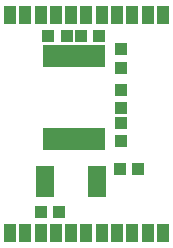
<source format=gts>
G04*
G04 #@! TF.GenerationSoftware,Altium Limited,Altium Designer,20.0.2 (26)*
G04*
G04 Layer_Color=8388736*
%FSLAX25Y25*%
%MOIN*%
G70*
G01*
G75*
%ADD13R,0.04150X0.04150*%
%ADD14R,0.02575X0.07516*%
%ADD15R,0.06413X0.02575*%
%ADD16R,0.04150X0.04150*%
%ADD17R,0.03953X0.06315*%
D13*
X38760Y22913D02*
D03*
X44862D02*
D03*
X18524Y8504D02*
D03*
X12421D02*
D03*
X31791Y67205D02*
D03*
X25689D02*
D03*
X21122D02*
D03*
X15020D02*
D03*
D14*
X32382Y60583D02*
D03*
X29823D02*
D03*
X27264D02*
D03*
X24705D02*
D03*
X22146D02*
D03*
X19587D02*
D03*
X17028D02*
D03*
X14469D02*
D03*
Y33039D02*
D03*
X17028D02*
D03*
X19587D02*
D03*
X22146D02*
D03*
X24705D02*
D03*
X27264D02*
D03*
X29823D02*
D03*
X32382D02*
D03*
D15*
X13811Y22579D02*
D03*
Y20020D02*
D03*
Y17461D02*
D03*
Y14902D02*
D03*
X31228D02*
D03*
Y17461D02*
D03*
Y20020D02*
D03*
Y22579D02*
D03*
D16*
X39291Y32067D02*
D03*
Y38169D02*
D03*
Y49272D02*
D03*
Y43169D02*
D03*
Y56634D02*
D03*
Y62736D02*
D03*
D17*
X53143Y74134D02*
D03*
X48049D02*
D03*
X17488D02*
D03*
X22582D02*
D03*
X27675D02*
D03*
X32769D02*
D03*
X37862D02*
D03*
X42956D02*
D03*
X12395D02*
D03*
X2205D02*
D03*
X7300D02*
D03*
X2205Y1693D02*
D03*
X7298D02*
D03*
X37859D02*
D03*
X32766D02*
D03*
X27672D02*
D03*
X22579D02*
D03*
X17485D02*
D03*
X12392D02*
D03*
X42953D02*
D03*
X53143D02*
D03*
X48048D02*
D03*
M02*

</source>
